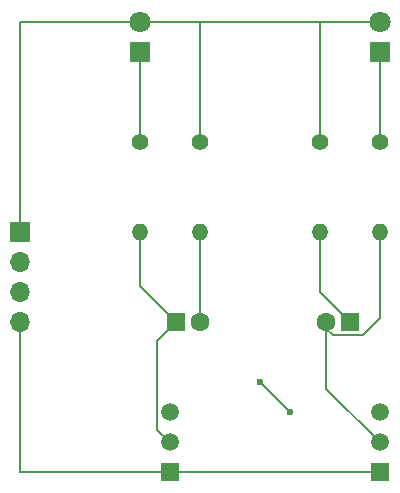
<source format=gbr>
%TF.GenerationSoftware,KiCad,Pcbnew,8.0.6*%
%TF.CreationDate,2024-11-22T14:42:32+09:00*%
%TF.ProjectId,traning,7472616e-696e-4672-9e6b-696361645f70,rev?*%
%TF.SameCoordinates,Original*%
%TF.FileFunction,Copper,L1,Top*%
%TF.FilePolarity,Positive*%
%FSLAX46Y46*%
G04 Gerber Fmt 4.6, Leading zero omitted, Abs format (unit mm)*
G04 Created by KiCad (PCBNEW 8.0.6) date 2024-11-22 14:42:32*
%MOMM*%
%LPD*%
G01*
G04 APERTURE LIST*
%TA.AperFunction,ComponentPad*%
%ADD10O,1.400000X1.400000*%
%TD*%
%TA.AperFunction,ComponentPad*%
%ADD11C,1.400000*%
%TD*%
%TA.AperFunction,ComponentPad*%
%ADD12R,1.500000X1.500000*%
%TD*%
%TA.AperFunction,ComponentPad*%
%ADD13C,1.500000*%
%TD*%
%TA.AperFunction,ComponentPad*%
%ADD14O,1.700000X1.700000*%
%TD*%
%TA.AperFunction,ComponentPad*%
%ADD15R,1.700000X1.700000*%
%TD*%
%TA.AperFunction,ComponentPad*%
%ADD16C,1.800000*%
%TD*%
%TA.AperFunction,ComponentPad*%
%ADD17R,1.800000X1.800000*%
%TD*%
%TA.AperFunction,ComponentPad*%
%ADD18R,1.600000X1.600000*%
%TD*%
%TA.AperFunction,ComponentPad*%
%ADD19C,1.600000*%
%TD*%
%TA.AperFunction,ViaPad*%
%ADD20C,0.600000*%
%TD*%
%TA.AperFunction,Conductor*%
%ADD21C,0.200000*%
%TD*%
G04 APERTURE END LIST*
D10*
%TO.P,R4,2*%
%TO.N,Net-(Q2-C)*%
X149860000Y-78740000D03*
D11*
%TO.P,R4,1*%
%TO.N,Net-(D2-K)*%
X149860000Y-71120000D03*
%TD*%
D10*
%TO.P,R3,2*%
%TO.N,Net-(Q1-B)*%
X144780000Y-78740000D03*
D11*
%TO.P,R3,1*%
%TO.N,+5V*%
X144780000Y-71120000D03*
%TD*%
D10*
%TO.P,R2,2*%
%TO.N,Net-(Q2-B)*%
X134620000Y-78740000D03*
D11*
%TO.P,R2,1*%
%TO.N,+5V*%
X134620000Y-71120000D03*
%TD*%
D10*
%TO.P,R1,2*%
%TO.N,Net-(Q1-C)*%
X129540000Y-78740000D03*
D11*
%TO.P,R1,1*%
%TO.N,Net-(D1-K)*%
X129540000Y-71120000D03*
%TD*%
D12*
%TO.P,Q2,1,E*%
%TO.N,GND*%
X149860000Y-99060000D03*
D13*
%TO.P,Q2,2,C*%
%TO.N,Net-(Q2-C)*%
X149860000Y-96520000D03*
%TO.P,Q2,3,B*%
%TO.N,Net-(Q2-B)*%
X149860000Y-93980000D03*
%TD*%
%TO.P,Q1,3,B*%
%TO.N,Net-(Q1-B)*%
X132080000Y-93980000D03*
%TO.P,Q1,2,C*%
%TO.N,Net-(Q1-C)*%
X132080000Y-96520000D03*
D12*
%TO.P,Q1,1,E*%
%TO.N,GND*%
X132080000Y-99060000D03*
%TD*%
D14*
%TO.P,J1,4,Pin_4*%
%TO.N,GND*%
X119380000Y-86360000D03*
%TO.P,J1,3,Pin_3*%
X119380000Y-83820000D03*
%TO.P,J1,2,Pin_2*%
%TO.N,+5V*%
X119380000Y-81280000D03*
D15*
%TO.P,J1,1,Pin_1*%
X119380000Y-78740000D03*
%TD*%
D16*
%TO.P,D2,2,A*%
%TO.N,+5V*%
X149860000Y-60960000D03*
D17*
%TO.P,D2,1,K*%
%TO.N,Net-(D2-K)*%
X149860000Y-63500000D03*
%TD*%
%TO.P,D1,1,K*%
%TO.N,Net-(D1-K)*%
X129540000Y-63500000D03*
D16*
%TO.P,D1,2,A*%
%TO.N,+5V*%
X129540000Y-60960000D03*
%TD*%
D18*
%TO.P,C2,1*%
%TO.N,Net-(Q1-B)*%
X147320000Y-86360000D03*
D19*
%TO.P,C2,2*%
%TO.N,Net-(Q2-C)*%
X145320000Y-86360000D03*
%TD*%
D18*
%TO.P,C1,1*%
%TO.N,Net-(Q1-C)*%
X132620000Y-86360000D03*
D19*
%TO.P,C1,2*%
%TO.N,Net-(Q2-B)*%
X134620000Y-86360000D03*
%TD*%
D20*
%TO.N,Net-(Q2-B)*%
X142240000Y-93980000D03*
X139700000Y-91440000D03*
%TD*%
D21*
%TO.N,+5V*%
X144780000Y-60960000D02*
X144780000Y-71120000D01*
X144780000Y-60960000D02*
X149860000Y-60960000D01*
X134620000Y-60960000D02*
X144780000Y-60960000D01*
%TO.N,Net-(D2-K)*%
X149860000Y-63500000D02*
X149860000Y-71120000D01*
%TO.N,Net-(Q2-B)*%
X139700000Y-91440000D02*
X142240000Y-93980000D01*
%TO.N,Net-(Q2-C)*%
X145320000Y-91980000D02*
X145320000Y-86360000D01*
X149860000Y-96520000D02*
X145320000Y-91980000D01*
%TO.N,Net-(Q1-C)*%
X131030000Y-87950000D02*
X132620000Y-86360000D01*
X131030000Y-95470000D02*
X131030000Y-87950000D01*
X132080000Y-96520000D02*
X131030000Y-95470000D01*
%TO.N,GND*%
X132080000Y-99060000D02*
X149860000Y-99060000D01*
X119380000Y-86360000D02*
X119380000Y-99060000D01*
X119380000Y-99060000D02*
X132080000Y-99060000D01*
%TO.N,Net-(Q2-C)*%
X145320000Y-86900000D02*
X145320000Y-86360000D01*
X145880000Y-87460000D02*
X145320000Y-86900000D01*
X149860000Y-86020000D02*
X148420000Y-87460000D01*
X148420000Y-87460000D02*
X145880000Y-87460000D01*
X149860000Y-78740000D02*
X149860000Y-86020000D01*
%TO.N,Net-(Q1-B)*%
X144780000Y-83820000D02*
X147320000Y-86360000D01*
X144780000Y-78740000D02*
X144780000Y-83820000D01*
%TO.N,Net-(Q1-C)*%
X129540000Y-83280000D02*
X132620000Y-86360000D01*
X129540000Y-78740000D02*
X129540000Y-83280000D01*
%TO.N,Net-(Q2-B)*%
X134620000Y-78740000D02*
X134620000Y-86360000D01*
%TO.N,+5V*%
X134620000Y-60960000D02*
X134620000Y-71120000D01*
X129540000Y-60960000D02*
X134620000Y-60960000D01*
%TO.N,Net-(D1-K)*%
X129540000Y-63500000D02*
X129540000Y-71120000D01*
%TO.N,+5V*%
X119380000Y-60960000D02*
X129540000Y-60960000D01*
X119380000Y-78740000D02*
X119380000Y-60960000D01*
%TD*%
M02*

</source>
